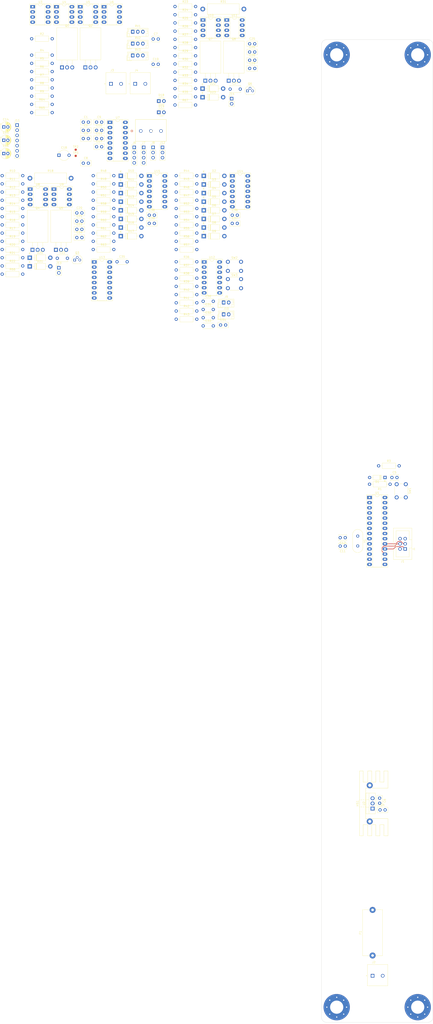
<source format=kicad_pcb>
(kicad_pcb (version 20221018) (generator pcbnew)
  (layers (0 "F.Cu" signal) (31 "B.Cu" signal) (34 "B.Paste" user) (35 "F.Paste" user) (36 "B.SilkS" user "B.Silkscreen") (37 "F.SilkS" user "F.Silkscreen") (38 "B.Mask" user) (39 "F.Mask" user) (44 "Edge.Cuts" user))
  (net 0 "")
  (net 1 "+5V")
  (net 2 "GND")
  (net 3 "/AREF")
  (net 4 "+24V")
  (net 5 "/~{RESET}")
  (net 6 "/XTAL2")
  (net 7 "/XTAL1")
  (net 8 "/U3_CAP+")
  (net 9 "/U3_CAP-")
  (net 10 "/U4_CAP+")
  (net 11 "/U4_CAP-")
  (net 12 "-5V")
  (net 13 "/FG-One Current Source/Inv Input U6B")
  (net 14 "/FG-One Current Source/U6_output")
  (net 15 "/FG-Flex Current Source/Inv Input U7B")
  (net 16 "Net-(C27-Pad2)")
  (net 17 "Net-(C30-Pad1)")
  (net 18 "Net-(C31-Pad1)")
  (net 19 "Net-(C32-Pad1)")
  (net 20 "Net-(C33-Pad1)")
  (net 21 "/SMA Measurement/FG Flex Voltage Sensing/FG_FLEX_G34")
  (net 22 "/SMA Measurement/FG Flex Voltage Sensing/FG_FLEX_G8")
  (net 23 "/SMA Measurement/FG Flex Voltage Sensing/FG_FLEX_SP")
  (net 24 "/SMA Measurement/FG Flex Voltage Sensing/FG_FLEX_WS")
  (net 25 "/SMA Measurement/FG One Voltage Sensing/FG_One_G34")
  (net 26 "/SMA Measurement/FG One Voltage Sensing/FG_One_G8")
  (net 27 "/SMA Measurement/FG One Voltage Sensing/FG_One_SP")
  (net 28 "/SMA Measurement/FG One Voltage Sensing/FG_One_WS")
  (net 29 "Net-(D18-A)")
  (net 30 "Net-(D19-A)")
  (net 31 "/shunt_fg-one")
  (net 32 "/shunt_fg-flex")
  (net 33 "/PWR_in")
  (net 34 "/MISO")
  (net 35 "/SCK")
  (net 36 "/MOSI")
  (net 37 "/I_FG_One")
  (net 38 "/I_FG_Flex")
  (net 39 "/warm_led_to_gnd")
  (net 40 "/cold_led_to_gnd")
  (net 41 "/TX")
  (net 42 "/RX")
  (net 43 "/SDA")
  (net 44 "/SCL")
  (net 45 "Net-(J9-Pin_1)")
  (net 46 "Net-(J10-Pin_1)")
  (net 47 "/~{SS}3")
  (net 48 "/~{SS}2")
  (net 49 "/~{SS}1")
  (net 50 "/V_{B}")
  (net 51 "/V_{A}")
  (net 52 "Net-(J13-Pin_1)")
  (net 53 "Net-(J13-Pin_2)")
  (net 54 "Net-(J14-Pin_1)")
  (net 55 "Net-(J14-Pin_2)")
  (net 56 "Net-(Q1-G)")
  (net 57 "Net-(Q2-G)")
  (net 58 "/FG-One Current Source/Q1_Collector")
  (net 59 "/FG-One Current Source/Q1_Base")
  (net 60 "/FG-One Current Source/Q2_Gate")
  (net 61 "Net-(Q5-G)")
  (net 62 "/FG-Flex Current Source/Q4_Collector")
  (net 63 "/FG-Flex Current Source/Q4_Base")
  (net 64 "/FG-Flex Current Source/Q5_Gate")
  (net 65 "Net-(Q8-G)")
  (net 66 "Net-(R1-Pad1)")
  (net 67 "Net-(R5-Pad1)")
  (net 68 "/R_Value_Cold")
  (net 69 "Net-(R6-Pad1)")
  (net 70 "/R_Value_Warm")
  (net 71 "/warm_pwm")
  (net 72 "/cold_pwm")
  (net 73 "Net-(R9-Pad1)")
  (net 74 "/Angular_Position")
  (net 75 "/FG-One Current Source/U6A Voltage follower")
  (net 76 "/FG-One Current Source/Non-Inv Input U6B")
  (net 77 "/activate fg_one")
  (net 78 "Net-(U9-+)")
  (net 79 "Net-(U9--)")
  (net 80 "Net-(R22-Pad2)")
  (net 81 "/FG-Flex Current Source/U7A Voltage follower")
  (net 82 "/activate fg_flex")
  (net 83 "/FG-Flex Current Source/Non-Inv Input U7B")
  (net 84 "Net-(U11-+)")
  (net 85 "Net-(U11--)")
  (net 86 "Net-(R35-Pad2)")
  (net 87 "Net-(R36-Pad2)")
  (net 88 "Net-(R37-Pad2)")
  (net 89 "Net-(R44-Pad1)")
  (net 90 "Net-(R45-Pad1)")
  (net 91 "Net-(U14C--)")
  (net 92 "Net-(U14D--)")
  (net 93 "Net-(R48-Pad1)")
  (net 94 "Net-(R49-Pad1)")
  (net 95 "Net-(U15C--)")
  (net 96 "Net-(U15D--)")
  (net 97 "Net-(U14A--)")
  (net 98 "Net-(U14B--)")
  (net 99 "Net-(U14D-+)")
  (net 100 "Net-(U15D-+)")
  (net 101 "Net-(U15A--)")
  (net 102 "Net-(U15B--)")
  (net 103 "/LED1")
  (net 104 "/LED2")
  (net 105 "/Buttons and Inputs/Activate FG-One")
  (net 106 "/Buttons and Inputs/Activate FG-Flex")
  (net 107 "/Buttons and Inputs/Ext. Activate FG-One")
  (net 108 "/Buttons and Inputs/Ext. Activate FG-Flex")
  (net 109 "/warm_driver")
  (net 110 "/cold_driver")
  (footprint "Package_TO_SOT_THT:TO-220-3_Horizontal_TabDown" (layer "F.Cu") (at 54.8 143.75)
    (fp_text reference "Q4")
    (fp_text value "IRF9540N")
  )
  (footprint "Connector_PinHeader_2.54mm:PinHeader_1x04_P2.54mm_Vertical" (layer "F.Cu") (at 109.69 93.19)
    (fp_text reference "J7")
    (fp_text value "RX/TX")
  )
  (footprint "Resistor_THT:R_Axial_DIN0207_L6.3mm_D2.5mm_P10.16mm_Horizontal" (layer "F.Cu") (at 54.38 55.77)
    (fp_text reference "R6")
    (fp_text value "1k")
  )
  (footprint "Capacitor_THT:C_Disc_D4.7mm_W2.5mm_P5.00mm" (layer "F.Cu") (at 139.07 173.19)
    (fp_text reference "C31")
    (fp_text value "1uF")
  )
  (footprint "Resistor_THT:R_Axial_DIN0207_L6.3mm_D2.5mm_P10.16mm_Horizontal" (layer "F.Cu") (at 125.76 107.14)
    (fp_text reference "R44")
    (fp_text value "1k")
  )
  (footprint "Resistor_THT:R_Axial_DIN0207_L6.3mm_D2.5mm_P10.16mm_Horizontal" (layer "F.Cu") (at 84.79 127.39)
    (fp_text reference "R59")
    (fp_text value "1.8k")
  )
  (footprint "Package_DIP:DIP-8_W7.62mm_Socket_LongPads" (layer "F.Cu") (at 65.39 113.79)
    (fp_text reference "U9")
    (fp_text value "TL071")
  )
  (footprint "Resistor_THT:R_Axial_DIN0207_L6.3mm_D2.5mm_P10.16mm_Horizontal" (layer "F.Cu") (at 125.76 111.19)
    (fp_text reference "R45")
    (fp_text value "1k")
  )
  (footprint "Package_DIP:DIP-8_W7.62mm_Socket_LongPads" (layer "F.Cu") (at 53.64 113.79)
    (fp_text reference "U8")
    (fp_text value "LM358")
  )
  (footprint "Resistor_THT:R_Axial_DIN0207_L6.3mm_D2.5mm_P10.16mm_Horizontal" (layer "F.Cu") (at 84.79 143.59)
    (fp_text reference "R63")
    (fp_text value "33k")
  )
  (footprint "MountingHole:MountingHole_6.5mm_Pad_Via" (layer "F.Cu") (at 245 47.499998)
    (fp_text reference "H2" hide)
    (fp_text value "M6 Mounting Hole")
  )
  (footprint "Resistor_THT:R_Axial_DIN0207_L6.3mm_D2.5mm_P10.16mm_Horizontal" (layer "F.Cu") (at 54.38 63.87)
    (fp_text reference "R8")
    (fp_text value "100R")
  )
  (footprint "Diode_THT:D_DO-41_SOD81_P10.16mm_Horizontal" (layer "F.Cu") (at 138.77 64.18)
    (fp_text reference "D22")
    (fp_text value "1N5819")
  )
  (footprint "Diode_THT:D_DO-35_SOD27_P7.62mm_Horizontal" (layer "F.Cu") (at 228.85 256.1 180)
    (fp_text reference "D1")
    (fp_text value "1N4148")
  )
  (footprint "Package_TO_SOT_THT:TO-220-3_Horizontal_TabDown" (layer "F.Cu") (at 140.13 60.28)
    (fp_text reference "Q7")
    (fp_text value "IRF9540N")
  )
  (footprint "Resistor_THT:R_Axial_DIN0207_L6.3mm_D2.5mm_P10.16mm_Horizontal" (layer "F.Cu") (at 54.38 59.82)
    (fp_text reference "R7")
    (fp_text value "100R")
  )
  (footprint "Diode_THT:D_DO-41_SOD81_P10.16mm_Horizontal" (layer "F.Cu") (at 139.37 132.74)
    (fp_text reference "D8")
    (fp_text value "1N5819")
  )
  (footprint "Capacitor_THT:C_Disc_D5.0mm_W2.5mm_P2.50mm" (layer "F.Cu") (at 86.44 80.73)
    (fp_text reference "C9")
    (fp_text value "0.1uF")
  )
  (footprint "Resistor_THT:R_Axial_DIN0207_L6.3mm_D2.5mm_P10.16mm_Horizontal" (layer "F.Cu") (at 39.83 127.39)
    (fp_text reference "R15")
    (fp_text value "10k")
  )
  (footprint "Resistor_THT:R_Axial_DIN0207_L6.3mm_D2.5mm_P10.16mm_Horizontal" (layer "F.Cu") (at 84.79 107.14)
    (fp_text reference "R48")
    (fp_text value "1k")
  )
  (footprint "Resistor_THT:R_Axial_DIN0207_L6.3mm_D2.5mm_P10.16mm_Horizontal" (layer "F.Cu") (at 125.16 47.97)
    (fp_text reference "R29")
    (fp_text value "1k")
  )
  (footprint "Capacitor_THT:C_Disc_D3.8mm_W2.6mm_P2.50mm" (layer "F.Cu") (at 114.39 52.17)
    (fp_text reference "C19")
    (fp_text value "1uF")
  )
  (footprint "Package_TO_SOT_THT:TO-220-3_Horizontal_TabDown" (layer "F.Cu") (at 69.35 53.73)
    (fp_text reference "Q1")
    (fp_text value "IRLZ540N")
  )
  (footprint "Capacitor_THT:C_Disc_D4.7mm_W2.5mm_P5.00mm" (layer "F.Cu") (at 139.07 177.24)
    (fp_text reference "C32")
    (fp_text value "1uF")
  )
  (footprint "Diode_THT:D_DO-41_SOD81_P10.16mm_Horizontal" (layer "F.Cu") (at 98.4 136.99)
    (fp_text reference "D17")
    (fp_text value "1N5819")
  )
  (footprint "Resistor_THT:R_Axial_DIN0207_L6.3mm_D2.5mm_P10.16mm_Horizontal" (layer "F.Cu") (at 125.76 173.94)
    (fp_text reference "R42")
    (fp_text value "22k")
  )
  (footprint "Resistor_THT:R_Axial_DIN0207_L6.3mm_D2.5mm_P10.16mm_Horizontal" (layer "F.Cu") (at 125.76 153.69)
    (fp_text reference "R37")
    (fp_text value "10k")
  )
  (footprint "Capacitor_THT:CP_Radial_D5.0mm_P2.00mm" (layer "F.Cu") (at 40.619775 83.12)
    (fp_text reference "C14")
    (fp_text value "10uF")
  )
  (footprint "Resistor_THT:R_Axial_DIN0207_L6.3mm_D2.5mm_P10.16mm_Horizontal" (layer "F.Cu") (at 125.76 127.39)
    (fp_text reference "R53")
    (fp_text value "1k")
  )
  (footprint "Resistor_THT:R_Axial_DIN0207_L6.3mm_D2.5mm_P10.16mm_Horizontal" (layer "F.Cu") (at 39.83 147.64)
    (fp_text reference "R21")
    (fp_text value "10k")
  )
  (footprint "Capacitor_THT:C_Disc_D5.0mm_W2.5mm_P2.50mm" (layer "F.Cu") (at 162.02 50.17)
    (fp_text reference "C28")
    (fp_text value "0.1uF")
  )
  (footprint "Resistor_THT:R_Axial_DIN0207_L6.3mm_D2.5mm_P10.16mm_Horizontal" (layer "F.Cu") (at 39.83 151.69)
    (fp_text reference "R22")
    (fp_text value "10k")
  )
  (footprint "phoenic_contact_connector_3_pin:CONN_1792876_PXC" (layer "F.Cu") (at 108.255 85.085199)
    (fp_text reference "J5")
    (fp_text value "1792876")
  )
  (footprint "phoenix-contact_connector:TE_1792863" (layer "F.Cu") (at 225.2125 502)
    (fp_text reference "J2")
    (fp_text value "1792863")
  )
  (footprint "Resistor_THT:R_Axial_DIN0207_L6.3mm_D2.5mm_P10.16mm_Horizontal" (layer "F.Cu") (at 125.76 131.44)
    (fp_text reference "R54")
    (fp_text value "1k")
  )
  (footprint "Resistor_THT:R_Axial_DIN0207_L6.3mm_D2.5mm_P10.16mm_Horizontal" (layer "F.Cu") (at 125.16 72.27)
    (fp_text reference "R67")
    (fp_text value "1k")
  )
  (footprint "Resistor_THT:R_Axial_DIN0207_L6.3mm_D2.5mm_P10.16mm_Horizontal" (layer "F.Cu") (at 84.79 111.19)
    (fp_text reference "R49")
    (fp_text value "1k")
  )
  (footprint "Capacitor_THT:C_Disc_D3.8mm_W2.6mm_P2.50mm" (layer "F.Cu") (at 209.23 289.95 180)
    (fp_text reference "C11")
    (fp_text value "22pF")
  )
  (footprint "Connector_PinHeader_2.54mm:PinHeader_1x03_P2.54mm_Vertical" (layer "F.Cu") (at 118.99 93.19)
    (fp_text reference "J12")
    (fp_text value "DAC Tespins")
  )
  (footprint "Resistor_THT:R_Axial_DIN0207_L6.3mm_D2.5mm_P10.16mm_Horizontal" (layer "F.Cu") (at 54.38 67.92)
    (fp_text reference "R9")
    (fp_text value "1k")
  )
  (footprint "Resistor_THT:R_Axial_DIN0207_L6.3mm_D2.5mm_P10.16mm_Horizontal" (layer "F.Cu") (at 125.16 39.87)
    (fp_text reference "R27")
    (fp_text value "10k")
  )
  (footprint "Diode_THT:D_DO-41_SOD81_P10.16mm_Horizontal" (layer "F.Cu") (at 98.4 128.49)
    (fp_text reference "D15")
    (fp_text value "1N5819")
  )
  (footprint "Resistor_THT:R_Axial_DIN0207_L6.3mm_D2.5mm_P10.16mm_Horizontal" (layer "F.Cu") (at 125.16 60.12)
    (fp_text reference "R33")
    (fp_text value "1k")
  )
  (footprint "Connector_JST:JST_EH_B3B-EH-A_1x03_P2.50mm_Vertical" (layer "F.Cu") (at 104.29 36.12)
    (fp_text reference "RV1")
    (fp_text value "PWM_Cold_Poti")
  )
  (footprint "Resistor_THT:R_Axial_DIN0516_L15.5mm_D5.0mm_P20.32mm_Horizontal" (layer "F.Cu") (at 138.87 24.92)
    (fp_text reference "R31")
    (fp_text value "0.1R")
  )
  (footprint "MountingHole:MountingHole_6.5mm_Pad_Via" (layer "F.Cu") (at 205.000002 517.499998)
    (fp_text reference "H3" hide)
    (fp_text value "M6 Mounting Hole")
  )
  (footprint "Resistor_THT:R_Axial_DIN0207_L6.3mm_D2.5mm_P10.16mm_Horizontal" (layer "F.Cu") (at 125.76 143.59)
    (fp_text reference "R57")
    (fp_text value "7.5k")
  )
  (footprint "Resistor_THT:R_Axial_DIN0207_L6.3mm_D2.5mm_P10.16mm_Horizontal" (layer "F.Cu") (at 84.79 139.54)
    (fp_text reference "R62")
    (fp_text value "33k")
  )
  (footprint "Package_DIP:DIP-16_W7.62mm_Socket_LongPads" (layer "F.Cu") (at 85.29 149.74)
    (fp_text reference "U13")
    (fp_text value "MCP3008")
  )
  (footprint "TestPoint:TestPoint_Pad_D1.0mm" (layer "F.Cu") (at 76.13 94.33)
    (fp_text reference "TP2")
    (fp_text value "V_{A} Testpoint")
  )
  (footprint "Diode_THT:D_DO-41_SOD81_P10.16mm_Horizontal" (layer "F.Cu") (at 98.4 111.49)
    (fp_text reference "D11")
    (fp_text value "1N5819")
  )
  (footprint "Diode_THT:D_DO-41_SOD81_P10.16mm_Horizontal" (layer "F.Cu") (at 138.77 68.43)
    (fp_text reference "D23")
    (fp_text value "1N5819")
  )
  (footprint "Resistor_THT:R_Axial_DIN0207_L6.3mm_D2.5mm_P10.16mm_Horizontal" (layer "F.Cu") (at 39.83 155.74)
    (fp_text reference "R66")
    (fp_text value "1k")
  )
  (footprint "Capacitor_THT:C_Disc_D5.1mm_W3.2mm_P5.00mm" (layer "F.Cu") (at 67.05 147.9)
    (fp_text reference "C22")
    (fp_text value "2.2nF")
  )
  (footprint "phoenix-contact_connector:TE_1792863" (layer "F.Cu") (at 108.015 61.83)
    (fp_text reference "J4")
    (fp_text value "1792863")
  )
  (footprint "Package_DIP:DIP-8_W7.62mm_Socket_LongPads" (layer "F.Cu") (at 150.72 30.32)
    (fp_text reference "U11")
    (fp_text value "TL071")
  )
  (footprint "Resistor_THT:R_Axial_DIN0207_L6.3mm_D2.5mm_P10.16mm_Horizontal" (layer "F.Cu") (at 54.38 71.97)
    (fp_text reference "R64")
    (fp_text value "220R")
  )
  (footprint "Diode_THT:D_DO-41_SOD81_P10.16mm_Horizontal" (layer "F.Cu") (at 139.37 119.99)
    (fp_text reference "D5")
    (fp_text value "1N5819")
  )
  (footprint "Connector_JST:JST_EH_B3B-EH-A_1x03_P2.50mm_Vertical" (layer "F.Cu") (at 104.29 47.82)
    (fp_text reference "RV3")
    (fp_text value "Angular_Position_Poti")
  )
  (footprint "Capacitor_THT:C_Disc_D5.0mm_W2.5mm_P2.50mm" (layer "F.Cu") (at 79.89 88.83)
    (fp_text reference "C3")
    (fp_text value "0.1uF")
  )
  (footprint "Resistor_THT:R_Axial_DIN0207_L6.3mm_D2.5mm_P10.16mm_Horizontal" (layer "F.Cu") (at 231.36 259.42 180)
    (fp_text reference "R1")
    (fp_text value "330R")
  )
  (footprint "Resistor_THT:R_Axial_DIN0207_L6.3mm_D2.5mm_P10.16mm_Horizontal" (layer "F.Cu") (at 125.76 157.74)
    (fp_text reference "R38")
    (fp_text value "10k")
  )
  (footprint "Capacitor_THT:C_Disc_D5.0mm_W2.5mm_P2.50mm" (layer "F.Cu") (at 226.4 420.15)
    (fp_text reference "C4")
    (fp_text value "0.33uF")
  )
  (footprint "Resistor_THT:R_Axial_DIN0207_L6.3mm_D2.5mm_P10.16mm_Horizontal" (layer "F.Cu") (at 39.83 123.34)
    (fp_text reference "R14")
    (fp_text value "10k")
  )
  (footprint "Connector_PinHeader_2.54mm:PinHeader_1x03_P2.54mm_Vertical" (layer "F.Cu") (at 114.34 93.19)
    (fp_text reference "J8")
    (fp_text value "I^{2}C Debug")
  )
  (footprint "Capacitor_THT:C_Disc_D5.0mm_W2.5mm_P2.50mm" (layer "F.Cu") (at 76.69 129.59)
    (fp_text reference "C21")
    (fp_text value "0.1uF")
  )
  (footprint "Resistor_THT:R_Axial_DIN0207_L6.3mm_D2.5mm_P10.16mm_Horizontal" (layer "F.Cu") (at 125.76 139.54)
    (fp_text reference "R56")
    (fp_text value "1.8k")
  )
  (footprint "Resistor_THT:R_Axial_DIN0207_L6.3mm_D2.5mm_P10.16mm_Horizontal" (layer "F.Cu") (at 225.69 250.34)
    (fp_text reference "R3")
    (fp_text value "4.7k")
  )
  (footprint "Package_DIP:DIP-8_W7.62mm_Socket_LongPads" (layer "F.Cu") (at 54.88 23.77)
    (fp_text reference "U3")
    (fp_text value "MAX1044")
  )
  (footprint "Capacitor_THT:C_Disc_D4.7mm_W2.5mm_P5.00mm" (layer "F.Cu") (at 96.54 149.64)
    (fp_text reference "C35")
    (fp_text value "1uF")
  )
  (footprint "Diode_THT:D_DO-41_SOD81_P10.16mm_Horizontal" (layer "F.Cu") (at 139.37 111.49)
    (fp_text reference "D3")
    (fp_text value "1N5819")
  )
  (footprint "Capacitor_THT:C_Disc_D5.1mm_W3.2mm_P5.00mm" (layer "F.Cu") (at 152.38 64.43)
    (fp_text reference "C27")
    (fp_text value "2.2nF")
  )
  (footprint "Capacitor_THT:C_Disc_D5.0mm_W2.5mm_P2.50mm" (layer "F.Cu") (at 147.67 180.84)
    (fp_text reference "C34")
    (fp_text value "0.1uF")
  )
  (footprint "Resistor_THT:R_Axial_DIN0207_L6.3mm_D2.5mm_P10.16mm_Horizontal" (layer "F.Cu") (at 84.79 119.29)
    (fp_text reference "R51")
    (fp_text value "1k")
  )
  (footprint "Resistor_THT:R_Axial_DIN0207_L6.3mm_D2.5mm_P10.16mm_Horizontal" (layer "F.Cu") (at 54.38 47.67)
    (fp_text reference "R4")
    (fp_text value "4.7k")
  )
  (footprint "Capacitor_THT:C_Disc_D5.0mm_W2.5mm_P2.50mm" (layer "F.Cu") (at 76.69 125.54)
    (fp_text reference "C20")
    (fp_text value "0.1uF")
  )
  (footprint "Fuse:Fuseholder_Cylinder-5x20mm_Schurter_0031_8201_Horizontal_Open" (layer "F.Cu") (at 222.7125 492 90)
    (fp_text reference "F1")
    (fp_text value "Fuse")
  )
  (footprint "Diode_THT:D_DO-41_SOD81_P10.16mm_Horizontal" (layer "F.Cu") (at 139.37 124.24)
    (fp_text reference "D6")
    (fp_text value "1N5819")
  )
  (footprint "Capacitor_THT:C_Disc_D5.0mm_W2.5mm_P2.50mm" (layer "F.Cu") (at 79.89 100.98)
    (fp_text reference "C8")
    (fp_text value "0.1uF")
  )
  (footprint "Resistor_THT:R_Axial_DIN0207_L6.3mm_D2.5mm_P10.16mm_Horizontal" (layer "F.Cu") (at 39.83 143.59)
    (fp_text reference "R20")
    (fp_text value "1k")
  )
  (footprint "Diode_THT:D_DO-41_SOD81_P10.16mm_Horizontal" (layer "F.Cu") (at 53.44 151.9)
    (fp_text reference "D21")
    (fp_text value "1N5819")
  )
  (footprint "Resistor_THT:R_Axial_DIN0207_L6.3mm_D2.5mm_P10.16mm_Horizontal" (layer "F.Cu") (at 84.79 115.24)
    (fp_text reference "R50")
    (fp_text value "1k")
  )
  (footprint "Resistor_THT:R_Axial_DIN0207_L6.3mm_D2.5mm_P10.16mm_Horizontal" (layer "F.Cu") (at 125.76 165.84)
    (fp_text reference "R40")
    (fp_text value "22k")
  )
  (footprint "Diode_THT:D_DO-41_SOD81_P10.16mm_Horizontal" (layer "F.Cu") (at 139.37 115.74)
    (fp_text reference "D4")
    (fp_text value "1N5819")
  )
  (footprint "Resistor_THT:R_Axial_DIN0207_L6.3mm_D2.5mm_P10.16mm_Horizontal" (layer "F.Cu") (at 125.76 119.29)
    (fp_text reference "R47")
    (fp_text value "1k")
  )
  (footprint "Button_Switch_THT:SW_PUSH_6mm_H5mm" (layer "F.Cu") (at 239.1 259.42 -90)
    (fp_text reference "SW1")
    (fp_text value "Reset Button")
  )
  (footprint "Package_TO_SOT_THT:TO-220-3_Horizontal_TabDown" (layer "F.Cu") (at 80.9 53.73)
    (fp_text reference "Q2")
    (fp_text value "IRLZ540N")
  )
  (footprint "Connector_JST:JST_EH_B3B-EH-A_1x03_P2.50mm_Vertical" (layer "F.Cu") (at 104.29 41.97)
    (fp_text reference "RV2")
    (fp_text value "PWM_Warm_Poti")
  )
  (footprint "LED_THT:LED_D3.0mm" (layer "F.Cu") (at 117.14 70.33)
    (fp_text reference "D18")
    (fp_text value "LED")
  )
  (footprint "phoenix-contact_connector:TE_1792863" (layer "F.Cu") (at 96.04 61.83)
    (fp_text reference "J3")
    (fp_text value "1792863")
  )
  (footprint "Capacitor_THT:C_Disc_D3.8mm_W2.6mm_P2.50mm" (layer "F.Cu") (at 114.39 39.72)
    (fp_text reference "C7")
    (fp_text value "1uF")
  )
  (footprint "Connector_PinHeader_2.54mm:PinHeader_1x02_P2.54mm_Vertical" (layer "F.Cu") (at 153.13 69.13)
    (fp_text reference "J14")
    (fp_text value "Shunt Pin FG Flex")
  )
  (footprint "TestPoint:TestPoint_Pad_D1.0mm" (layer "F.Cu") (at 76.13 97.38)
    (fp_text reference "TP3")
    (fp_text value "V_{B} Testpoint")
  )
  (footprint "Resistor_THT:R_Axial_DIN0516_L15.5mm_D5.0mm_P20.32mm_Horizontal" (layer "F.Cu") (at 53.54 108.39)
    (fp_text reference "R18")
    (fp_text value "0.1R")
  )
  (footprint "Capacitor_THT:C_Disc_D5.0mm_W2.5mm_P2.50mm" (layer "F.Cu") (at 112.46 126.64)
    (fp_text reference "C38")
    (fp_text value "0.1uF")
  )
  (footprint "Diode_THT:D_DO-41_SOD81_P10.16mm_Horizontal" (layer "F.Cu") (at 98.4 115.74)
    (fp_text reference "D12")
    (fp_text value "1N5819")
  )
  (footprint "Package_TO_SOT_THT:TO-220-3_Horizontal_TabDown" (layer "F.Cu") (at 66.35 143.75)
    (fp_text reference "Q5")
    (fp_text value "IRF9540N")
  )
  (footprint "Package_DIP:DIP-14_W7.62mm_Socket_LongPads" (layer "F.Cu") (at 139.57 149.74)
    (fp_text reference "U12")
    (fp_text value "74HC14")
  )
  (footprint "Resistor_THT:R_Axial_DIN0207_L6.3mm_D2.5mm_P10.16mm_Horizontal" (layer "F.Cu") (at 125.16 64.17)
    (fp_text reference "R34")
    (fp_text value "10k")
  )
  (footprint "Resistor_THT:R_Axial_DIN0207_L6.3mm_D2.5mm_P10.16mm_Horizontal" (layer "F.Cu") (at 125.76 177.99)
    (fp_text reference "R43")
    (fp_text value "22k")
  )
  (footprint "Resistor_THT:R_Axial_DIN0207_L6.3mm_D2.5mm_P10.16mm_Horizontal" (layer "F.Cu") (at 125.16 68.22)
    (fp_text reference "R35")
    (fp_text value "10k")
  )
  (footprint "Capacitor_THT:C_Disc_D3.8mm_W2.6mm_P2.50mm" (layer "F.Cu") (at 209.23 285.8 180)
    (fp_text reference "C12")
    (fp_text value "22pF")
  )
  (footprint "Resistor_THT:R_Axial_DIN0207_L6.3mm_D2.5mm_P10.16mm_Horizontal" (layer "F.Cu") (at 125.16 31.77)
    (fp_text reference "R25")
    (fp_text value "1k")
  )
  (footprint "Package_DIP:DIP-8_W7.62mm_Socket_LongPads" (layer "F.Cu") (at 78.38 23.77)
    (fp_text reference "U5")
    (fp_text value "MIC4427")
  )
  (footprint "Resistor_THT:R_Axial_DIN0207_L6.3mm_D2.5mm_P10.16mm_Horizontal" (layer "F.Cu") (at 84.79 131.44)
    (fp_text reference "R60")
    (fp_text value "1k")
  )
  (footprint "Resistor_THT:R_Axial_DIN0207_L6.3mm_D2.5mm_P10.16mm_Horizontal" (layer "F.Cu") (at 39.83 135.49)
    (fp_text reference "R17")
    (fp_text value "100R")
  )
  (footprint "Capacitor_THT:C_Disc_D5.0mm_W2.5mm_P2.50mm" (layer "F.Cu") (at 76.69 133.64)
    (fp_text reference "C23")
    (fp_text value "0.1uF")
  )
  (footprint "MountingHole:MountingHole_6.5mm_Pad_Via" (layer "F.Cu") (at 205.000002 47.500002)
    (fp_text reference "H1" hide)
    (fp_text value "M6 Mounting Hole")
  )
  (footprint "Capacitor_THT:C_Disc_D5.0mm_W2.5mm_P2.50mm" (layer "F.Cu") (at 112.46 130.69)
    (fp_text reference "C39")
    (fp_text value "0.1uF")
  )
  (footprint "Diode_THT:D_DO-41_SOD81_P10.16mm_Horizontal" (layer "F.Cu") (at 139.37 128.49)
    (fp_text reference "D7")
    (fp_text value "1N5819")
  )
  (footprint "Resistor_THT:R_Axial_DIN0207_L6.3mm_D2.5mm_P10.16mm_Horizontal" (layer "F.Cu") (at 125.16 43.92)
    (fp_text reference "R28")
    (fp_text value "10k")
  )
  (footprint "Package_DIP:DIP-8_W7.62mm_Socket_LongPads" (layer "F.Cu") (at 90.13 23.77)
    (fp_text reference "U6")
    (fp_text value "MCP4812")
  )
  (footprint "Package_TO_SOT_THT:TO-220-3_Horizontal_TabDown" (layer "F.Cu") (at 151.68 60.28)
    (fp_text reference "Q8")
    (fp_text value "IRF9540N")
  )
  (footprint "Connector_PinHeader_2.54mm:PinHeader_1x02_P2.54mm_Vertical" (layer "F.Cu") (at 67.8 152.6)
    (fp_text reference "J13")
    (fp_text value "Shunt Pin FG One")
  )
  (footprint "Package_DIP:DIP-28_W7.62mm_Socket_LongPads" (layer "F.Cu") (at 221.2 265.975)
    (fp_text reference "U1")
    (fp_text value "ATmega328P-P")
  )
  (footprint "Capacitor_THT:C_Disc_D5.0mm_W2.5mm_P2.50mm" (layer "F.Cu") (at 153.43 126.64)
    (fp_text reference "C36")
    (fp_text value "0.1uF")
  )
  (footprint "MountingHole:MountingHole_6.5mm_Pad_Via" (layer "F.Cu") (at 244.999997 517.499997)
    (fp_text reference "H4" hide)
    (fp_text value "M6 Mounting Hole")
  )
  (footprint "Capacitor_THT:C_Disc_D5.0mm_W2.5mm_P2.50mm" (layer "F.Cu") (at 86.44 88.83)
    (fp_text reference "C13")
    (fp_text value "0.1uF")
  )
  (footprint "Heatsink:Heatsink_Stonecold_HS-132_32x14mm_2xFixation1.5mm" (layer "F.Cu") (at 221.31 416.93 90)
    (fp_text reference "HS1")
    (fp_text value "Heatsink_Pad")
  )
  (footprint "Resistor_THT:R_Axial_DIN0207_L6.3mm_D2.5mm_P10.16mm_Horizontal" (layer "F.Cu") (at 125.76 161.79)
    (fp_text reference "R39")
    (fp_text value "10k")
  )
  (footprint "Resistor_THT:R_Axial_DIN0207_L6.3mm_D2.5mm_P10.16mm_Horizontal" (layer "F.Cu") (at 39.83 139.54)
    (fp_text reference "R19")
    (fp_text value "1k")
  )
  (footprint "Package_DIP:DIP-16_W7.62mm_Socket_LongPads" (layer "F.Cu") (at 93.04 80.83)
    (fp_text reference "U7")
    (fp_text value "MCP3008")
  )
  (footprint "Resistor_THT:R_Axial_DIN0207_L6.3mm_D2.5mm_P10.16mm_Horizontal" (layer "F.Cu") (at 39.83 115.24)
    (fp_text reference "R12")
    (fp_text value "1k")
  )
  (footprint "Capacitor_THT:C_Disc_D5.0mm_W2.5mm_P2.50mm" (layer "F.Cu") (at 162.02 46.12)
    (fp_text reference "C26")
    (fp_text value "0.1uF")
  )
  (footprint "Connector_JST:JST_EH_B2B-EH-A_1x02_P2.50mm_Vertical" (layer "F.Cu") (at 149.17 175.59)
    (fp_text reference "J10")
    (fp_text value "External FG-One")
  )
  (footprint "Resistor_THT:R_Axial_DIN0207_L6.3mm_D2.5mm_P10.16mm_Horizontal" (layer "F.Cu") (at 125.76 149.64)
    (fp_text reference "R36")
    (fp_text value "10k")
  )
  (footprint "Resistor_THT:R_Axial_DIN0207_L6.3mm_D2.5mm_P10.16mm_Horizontal" (layer "F.Cu") (at 125.76 123.34)
    (fp_text reference "R52")
    (fp_text value "33k")
  )
  (footprint "LED_THT:LED_D3.0mm" (layer "F.Cu") (at 117.14 75.88)
    (fp_text reference "D19")
    (fp_text value "LED")
  )
  (footprint "Package_TO_SOT_THT:TO-220-3_Vertical" (layer "F.Cu") (at 222.7125 419.5 90)
    (fp_text reference "U2")
    (fp_text value "L7805")
  )
  (footprint "Package_DIP:DIP-8_W7.62mm_Socket_LongPads" (layer "F.Cu") (at 138.97 30.32)
    (fp_text reference "U10")
    (fp_text value "LM358")
  )
  (footprint "Connector_PinHeader_2.54mm:PinHeader_1x04_P2.54mm_Vertical" (layer "F.Cu") (at 105.04 93.19)
    (fp_text reference "J6")
    (fp_text value "PWR Control")
  )
  (footprint "Capacitor_THT:CP_Radial_D5.0mm_P2.00mm" (layer "F.Cu") (at 40.619775 89.67)
    (fp_text reference "C15")
    (fp_text value "10uF")
  )
  (footprint "Capacitor_THT:C_Disc_D5.0mm_W2.5mm_P2.50mm" (layer "F.Cu") (at 153.43 130.69)
    (fp_text reference "C37")
    (fp_text value "0.1uF")
  )
  (footprint "Capacitor_THT:C_Disc_D3.8mm_W2.6mm_P2.50mm" (layer "F.Cu") (at 232.26 256.11)
    (fp_text reference "C5")
    (fp_text value "10nF")
  )
  (footprint "Capacitor_THT:C_Disc_D5.0mm_W2.5mm_P2.50mm" (layer "F.Cu") (at 226.2 414.34 -90)
    (fp_text reference "C6")
    (fp_text value "0.1uF")
  )
  (footprint "Capacitor_THT:C_Disc_D4.7mm_W2.5mm_P5.00mm" (layer "F.Cu") (at 139.07 169.14)
    (fp_text reference "C30")
    (fp_text value "1uF")
  )
  (footprint "Diode_THT:D_DO-41_SOD81_P10.16mm_Horizontal" (layer "F.Cu") (at 98.4 119.99)
    (fp_text reference "D13")
    (fp_text value "1N5819")
  )
  (footprint "Resistor_THT:R_Axial_DIN0207_L6.3mm_D2.5mm_P10.16mm_Horizontal" (layer "F.Cu") (at 54.38 39.57)
    (fp_text reference "R2")
    (fp_text value "4.7k")
  )
  (footprint "Diode_THT:D_DO-41_SOD81_P10.16mm_Horizontal" (layer "F.Cu") (at 139.37 107.24)
    (fp_text reference "D2")
    (fp_text value "1N5819")
  )
  (footprint "Capacitor_THT:C_Disc_D5.0mm_W2.5mm_P2.50mm" (layer "F.Cu") (at 79.89 80.73)
    (fp_text reference "C1")
    (fp_text value "0.1uF")
  )
  (footprint "Package_DIP:DIP-14_W7.62mm_Socket_LongPads" (layer "F.Cu") (at 153.48 107.24)
    (fp_text reference "U14")
    (fp_text value "LM324")
  )
  (footprint "Package_TO_SOT_THT:TO-92" (layer "F.Cu") (at 160.94 65.31)
    (fp_text reference "Q6")
    (fp_text value "BC547")
  )
  (footprint "Button_Switch_THT:SW_PUSH_6mm_H5mm" (layer "F.Cu") (at 151.27 149.64)
    (fp_text reference "SW2")
    (fp_text value "FG-Flex Button")
  )
  (footprint "Resistor_THT:R_Axial_DIN0207_L6.3mm_D2.5mm_P10.16mm_Horizontal" (layer "F.Cu") (at 39.83 111.19)
    (fp_text reference "R11")
    (fp_text value "1k")
  )
  (footprint "Capacitor_THT:C_Disc_D5.0mm_W2.5mm_P2.50mm" (layer "F.Cu") (at 86.44 92.88)
    (fp_text reference "C17")
    (fp_text value "0.1uF")
  )
  (footprint "Crystal:Crystal_HC49-4H_Vertical" (layer "F.Cu") (at 215.38 285.01 -90)
    (fp_text reference "Y1")
    (fp_text value "16MHz ")
  )
  (footprint "Capacitor_THT:CP_Radial_Tantal_D5.0mm_P5.00mm" (layer "F.Cu") (at 67.86 97.05)
    (fp_text reference "C18")
    (fp_text value "10uF")
  )
  (footprint "Resistor_THT:R_Axial_DIN0207_L6.3mm_D2.5mm_P10.16mm_Horizontal" (layer "F.Cu") (at 125.16 23.67)
    (fp_text reference "R23")
    (fp_text value "1k")
  )
  (footprint "Diode_THT:D_DO-41_SOD81_P10.16mm_Horizontal" (layer "F.Cu") (at 98.4 124.24)
    (fp_text reference "D14")
    (fp_text value "1N5819")
  )
  (footprint "Resistor_THT:R_Axial_DIN0207_L6.3mm_D2.5mm_P10.16mm_Horizontal" (layer "F.Cu") (at 39.83 131.44)
    (fp_text reference "R16")
    (fp_text value "1k")
  )
  (footprint "Diode_THT:D_DO-41_SOD81_P10.16mm_Horizontal" (layer "F.Cu") (at 98.4 107.24)
    (fp_text reference "D10")
    (fp_text value "1N5819")
  )
  (footprint "Resistor_THT:R_Axial_DIN0207_L6.3mm_D2.5mm_P10.16mm_Horizontal" (layer "F.Cu") (at 84.79 123.34)
    (fp_text reference "R58")
    (fp_text value "7.5k")
  )
  (footprint "Capacitor_THT:C_Disc_D5.0mm_W2.5mm_P2.50mm" (layer "F.Cu") (at 86.44 84.78)
    (fp_text reference "C10")
    (fp_text value "0.1uF")
  )
  (footprint "Diode_THT:D_DO-41_SOD81_P10.16mm_Horizontal" (layer "F.Cu") (at 53.44 147.65)
    (fp_text reference "D20")
    (fp_text value "1N5819")
  )
  (footprint "Resistor_THT:R_Axial_DIN0207_L6.3mm_D2.5mm_P10.16mm_Horizontal" (layer "F.Cu") (at 84.79 135.49)
    (fp_text reference "R61")
    (fp_text value "1k")
  )
  (footprint "Capacitor_THT:CP_Radial_D5.0mm_P2.00mm" (layer "F.Cu") (at 40.619775 96.22)
    (fp_text reference "C16")
    (fp_text value "10uF")
  )
  (footprint "Resistor_THT:R_Axial_DIN0207_L6.3mm_D2.5mm_P10.16mm_Horizontal" (layer "F.Cu") (at 125.16 27.72)
    (fp_text reference "R24")
    (fp_text value "1k")
  )
  (footprint "Button_Switch_THT:SW_PUSH_6mm_H5mm" (layer "F.Cu") (at 151.27 158.19)
    (fp_text reference "SW3")
    (fp_text value "FG-One Button")
  )
  (footprint "Capacitor_THT:C_Disc_D4.7mm_W2.5mm_P5.00mm" (layer "F.Cu") (at 139.07 181.29)
    (fp_text reference "C33")
    (fp_text value "1uF")
  )
  (footprint "Capacitor_THT:C_Disc_D5.0mm_W2.5mm_P2.50mm" (layer "F.Cu") (at 162.02 42.07)
    (fp_text reference "C25")
    (fp_text value "0.1uF")
  )
  (footprint "Resistor_THT:R_Axial_DIN0207_L6.3mm_D2.5mm_P10.16mm_Horizontal" (layer "F.Cu") (at 125.16 35.82)
    (fp_text reference "R26")
    (fp_text value "1k")
  )
  (footprint "Package_DIP:DIP-14_W7.62mm_Socket_LongPads" (layer "F.Cu") (at 112.51 107.24)
    (fp_text reference "U15")
    (fp_text value "LM324")
  )
  (footprint "Diode_THT:D_DO-41_SOD81_P10.16mm_Horizontal" (layer "F.Cu") (at 139.37 136.99)
    (fp_text reference "D9")
    (fp_text value "1N5819")
  )
  (footprint "Diode_THT:D_DO-41_SOD81_P10.16mm_Horizontal" (layer "F.Cu") (at 98.4 132.74)
    (fp_text reference "D16")
    (fp_text value "1N5819")
  )
  (footprint "Resistor_THT:R_Axial_DIN0207_L6.3mm_D2.5mm_P10.16mm_Horizontal" (layer "F.Cu") (at 39.83 107.14)
    (fp_text reference "R10")
    (fp_text value "1k")
  )
  (footprint "Connector_IDC:IDC-Header_2x03_P2.54mm_Vertical" (layer "F.Cu") (at 238.82 291.375 180)
    (fp_text reference "J1")
    (fp_text value "ISP Port")
  )
  (footprint "Resistor_THT:R_Axial_DIN0207_L6.3mm_D2.5mm_P10.16mm_Horizontal" (layer "F.Cu") (at 125.76 135.49)
    (fp_text reference "R55")
    (fp_text value "33k")
  )
  (footprint "Resistor_THT:R_Axial_DIN0207_L6.3mm_D2.5mm_P10.16mm_Horizontal" (layer "F.Cu") (at 125.16 56.07)
    (fp_text reference "R32")
    (fp_text value "1k")
  )
  (footprint "Resistor_THT:R_Axial_DIN0207_L6.3mm_D2.5mm_P10.16mm_Horizontal" (layer "F.Cu") (at 54.38 76.02)
    (fp_text reference "R65")
    (fp_text value "220R")
  )
  (footprint "Package_DIP:DIP-8_W7.62mm_Socket_LongPads" (layer "F.Cu") (at 66.63 23.77)
    (fp_text reference "U4")
    (fp_text value "MAX1044")
  )
  (footprint "Capacitor_THT:C_Disc_D5.0mm_W2.5mm_P2.50mm" (layer "F.Cu") (at 79.89 84.78)
    (fp_text reference "C2")
    (fp_text value "0.1uF")
  )
  (footprint "Capacitor_THT:C_Disc_D5.0mm_W2.5mm_P2.50mm" (layer "F.Cu") (at 76.69 137.69)
    (fp_text reference "C24")
    (fp_text value "0.1uF")
  )
  (footprint "Resistor_THT:R_Axial_DIN0207_L6.3mm_D2.5mm_P10.16mm_Horizontal" (layer "F.Cu") (at 39.83 119.29)
    (fp_text reference "R13")
    (fp_text value "1k")
  )
  (footprint "Resistor_THT:R_Axial_DIN0207_L6.3mm_D2.5mm_P10.16mm_Horizontal" (layer "F.Cu") (at 125.16 52.02)
    (fp_text reference "R30")
    (fp_text value "100R")
  )
  (footprint "Connector_PinHeader_2.54mm:PinHeader_1x07_P2.54mm_Vertical" (layer "F.Cu") (at 47.21 82.17)
    (fp_text reference "J11")
    (fp_text value "SPI Debug Pins")
  )
  (footprint "Resistor_THT:R_Axial_DIN0207_L6.3mm_D2.5mm_P10.16mm_Horizontal" (layer "F.Cu") (at 125.76 169.89)
    (fp_text reference "R41")
    (fp_text value "22k")
  )
  (footprint "Connector_JST:JST_EH_B2B-EH-A_1x02_P2.50mm_Vertical" (layer "F.Cu") (at 149.17 169.74)
    (fp_text reference "J9")
    (fp_text value "External FG-Flex")
  )
  (footprint "Resistor_THT:R_Axial_DIN0207_L6.3mm_D2.5mm_P10.16mm_Horizontal" (layer "F.Cu") (at 125.76 115.24)
    (fp_text reference "R46")
    (fp_text value "1k")
  )
  (footprint "Resistor_THT:R_Axial_DIN0207_L6.3mm_D2.5mm_P10.16mm_Horizontal" (layer "F.Cu") (at 54.38 51.72)
    (fp_text reference "R5")
    (fp_text value "1k")
  )
  (footprint "Capacitor_THT:C_Disc_D5.0mm_W2.5mm_P2.50mm" (layer "F.Cu") (at 162.02 54.22)
    (fp_text reference "C29")
    (fp_text value "0.1uF")
  )
  (footprint "Package_TO_SOT_THT:TO-92" (layer "F.Cu") (at 75.61 148.78)
    (fp_text reference "Q3")
    (fp_text value "BC547")
  )
  (gr_line (start 197.5 42.5) (end 197.5 522.5) (stroke (width 0.1)) (layer "Edge.Cuts"))
  (gr_line (start 250 525) (end 200 525) (stroke (width 0.1)) (layer "Edge.Cuts"))
  (gr_arc (start 250 40) (mid 251.767766 40.732233) (end 252.5 42.5) (stroke (width 0.1)) (layer "Edge.Cuts"))
  (gr_arc (start 200 525) (mid 198.232234 524.267766) (end 197.5 522.5) (stroke (width 0.1)) (layer "Edge.Cuts"))
  (gr_arc (start 197.5 42.5) (mid 198.232234 40.732234) (end 200 40) (stroke (width 0.1)) (layer "Edge.Cuts"))
  (gr_line (start 252.5 42.5) (end 252.5 522.5) (stroke (width 0.1)) (layer "Edge.Cuts"))
  (gr_arc (start 252.5 522.5) (mid 251.767766 524.267766) (end 250 525) (stroke (width 0.1)) (layer "Edge.Cuts"))
  (gr_line (start 200 40) (end 250 40) (stroke (width 0.1)) (layer "Edge.Cuts"))
  (segment (start 228.82 291.375) (end 233.025 291.375) (width 0.25) (layer "F.Cu") (net 34))
  (segment (start 234.2 290.2) (end 237.645 290.2) (width 0.25) (layer "F.Cu") (net 34))
  (segment (start 237.645 290.2) (end 238.82 291.375) (width 0.25) (layer "F.Cu") (net 34))
  (segment (start 233.025 291.375) (end 234.2 290.2) (width 0.25) (layer "F.Cu") (net 34))
  (segment (start 234.168604 288.835) (end 228.82 288.835) (width 0.25) (layer "F.Cu") (net 35))
  (segment (start 238.82 288.835) (end 237.941701 288.835) (width 0.25) (layer "F.Cu") (net 35))
  (segment (start 236.766701 287.66) (end 235.343604 287.66) (width 0.25) (layer "F.Cu") (net 35))
  (segment (start 237.941701 288.835) (end 236.766701 287.66) (width 0.25) (layer "F.Cu") (net 35))
  (segment (start 235.343604 287.66) (end 234.168604 288.835) (width 0.25) (layer "F.Cu") (net 35))
  (segment (start 227.295 292.39) (end 227.295 290.90901) (width 0.25) (layer "F.Cu") (net 36))
  (segment (start 233.68 289.96) (end 234.805 288.835) (width 0.25) (layer "F.Cu") (net 36))
  (segment (start 228.82 293.915) (end 227.295 292.39) (width 0.25) (layer "F.Cu") (net 36))
  (segment (start 227.295 290.90901) (end 228.24401 289.96) (width 0.25) (layer "F.Cu") (net 36))
  (segment (start 234.805 288.835) (end 236.28 288.835) (width 0.25) (layer "F.Cu") (net 36))
  (segment (start 228.24401 289.96) (end 233.68 289.96) (width 0.25) (layer "F.Cu") (net 36))
)
</source>
